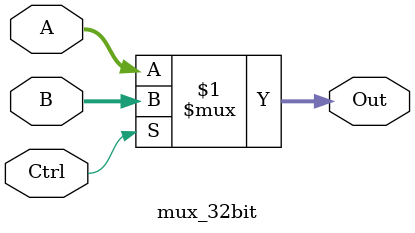
<source format=v>
module mux_32bit( A , B, Ctrl, Out);

    parameter bit_size = 32;

	input  [bit_size-1:0] A , B;
	input  Ctrl;
	output [bit_size-1:0] Out;

	assign Out = (Ctrl) ? B : A; //If Ctrl = 0 Out = A else  Ctrl = 1 Out = B
	
endmodule
</source>
